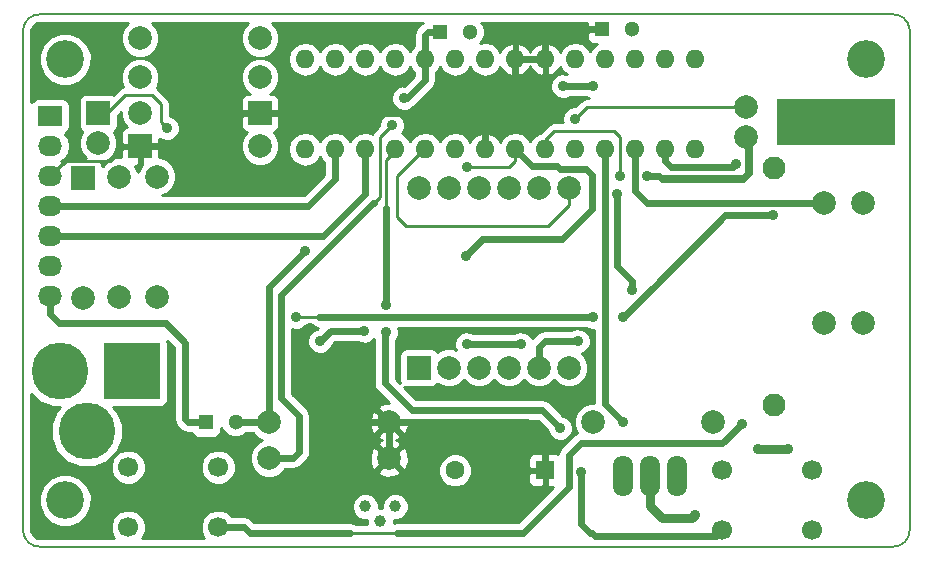
<source format=gbr>
G04 #@! TF.FileFunction,Copper,L1,Top,Signal*
%FSLAX46Y46*%
G04 Gerber Fmt 4.6, Leading zero omitted, Abs format (unit mm)*
G04 Created by KiCad (PCBNEW 4.0.1-stable) date 14-Oct-16 3:18:09 PM*
%MOMM*%
G01*
G04 APERTURE LIST*
%ADD10C,0.100000*%
%ADD11C,0.150000*%
%ADD12R,2.032000X2.032000*%
%ADD13C,2.000000*%
%ADD14R,1.300000X1.300000*%
%ADD15C,1.300000*%
%ADD16R,2.032000X1.727200*%
%ADD17O,2.032000X1.727200*%
%ADD18C,1.998980*%
%ADD19C,1.948180*%
%ADD20C,4.800600*%
%ADD21R,4.800600X4.800600*%
%ADD22R,1.998980X1.998980*%
%ADD23R,2.000000X2.000000*%
%ADD24O,1.600000X1.600000*%
%ADD25C,1.000760*%
%ADD26O,1.699260X3.500120*%
%ADD27R,1.600000X1.600000*%
%ADD28C,1.600000*%
%ADD29C,1.700000*%
%ADD30R,10.000000X4.000000*%
%ADD31C,3.200000*%
%ADD32C,0.889000*%
%ADD33C,0.600000*%
%ADD34C,0.254000*%
%ADD35C,0.800000*%
G04 APERTURE END LIST*
D10*
D11*
X172466000Y-73787000D02*
X172466000Y-31242000D01*
X246126000Y-75057000D02*
X173990000Y-75057000D01*
X247523000Y-31242000D02*
X247523000Y-73660000D01*
X173990000Y-29972000D02*
X245999000Y-29972000D01*
X173990000Y-29972000D02*
G75*
G03X172466000Y-31242000I-127000J-1397000D01*
G01*
X247523000Y-31242000D02*
G75*
G03X245999000Y-29972000I-1397000J-127000D01*
G01*
X246126000Y-75057000D02*
G75*
G03X247523000Y-73660000I0J1397000D01*
G01*
X172466000Y-73787000D02*
G75*
G03X173990000Y-75057000I1397000J127000D01*
G01*
D12*
X205973680Y-59903360D03*
D13*
X208513680Y-59903360D03*
X211053680Y-59903360D03*
X213593680Y-59903360D03*
X216133680Y-59903360D03*
X218673680Y-59903360D03*
X213593680Y-44663360D03*
X216133680Y-44663360D03*
X205973680Y-44663360D03*
X208513680Y-44663360D03*
X218673680Y-44663360D03*
X211053680Y-44663360D03*
D14*
X187960000Y-64516000D03*
D15*
X190460000Y-64516000D03*
D16*
X174752000Y-38608000D03*
D17*
X174752000Y-41148000D03*
X174752000Y-43688000D03*
X174752000Y-46228000D03*
X174752000Y-48768000D03*
X174752000Y-51308000D03*
X174752000Y-53848000D03*
D18*
X192532000Y-32004000D03*
X182372000Y-32004000D03*
X182372000Y-35306000D03*
X192532000Y-35306000D03*
X203454000Y-64516000D03*
X193294000Y-64516000D03*
X220726000Y-64516000D03*
X230886000Y-64516000D03*
X240284000Y-56134000D03*
X240284000Y-45974000D03*
X180594000Y-53873400D03*
X180594000Y-43713400D03*
X183794400Y-53873400D03*
X183794400Y-43713400D03*
D19*
X236029500Y-43030140D03*
X236029500Y-63030100D03*
D20*
X175564800Y-60198000D03*
D21*
X181660800Y-60198000D03*
D20*
X177850800Y-65278000D03*
D18*
X177535840Y-53987700D03*
D22*
X177535840Y-43827700D03*
D23*
X178816000Y-38354000D03*
D13*
X178816000Y-40894000D03*
D14*
X221488000Y-31242000D03*
D15*
X223988000Y-31242000D03*
D18*
X182372000Y-38356540D03*
D22*
X192532000Y-38356540D03*
D18*
X192532000Y-41145460D03*
D22*
X182372000Y-41145460D03*
D24*
X196342000Y-41402000D03*
X198882000Y-41402000D03*
X201422000Y-41402000D03*
X203962000Y-41402000D03*
X206502000Y-41402000D03*
X209042000Y-41402000D03*
X211582000Y-41402000D03*
X214122000Y-41402000D03*
X216662000Y-41402000D03*
X219202000Y-41402000D03*
X221742000Y-41402000D03*
X224282000Y-41402000D03*
X226822000Y-41402000D03*
X229362000Y-41402000D03*
X229362000Y-33782000D03*
X226822000Y-33782000D03*
X224282000Y-33782000D03*
X221742000Y-33782000D03*
X219202000Y-33782000D03*
X216662000Y-33782000D03*
X214122000Y-33782000D03*
X211582000Y-33782000D03*
X209042000Y-33782000D03*
X206502000Y-33782000D03*
X203962000Y-33782000D03*
X201422000Y-33782000D03*
X198882000Y-33782000D03*
X196342000Y-33782000D03*
D25*
X202692000Y-72898000D03*
X201422000Y-71628000D03*
X203962000Y-71628000D03*
D26*
X225552000Y-69088000D03*
X227843080Y-69088000D03*
X223260920Y-69088000D03*
D18*
X203454000Y-67564000D03*
X193294000Y-67564000D03*
X243586000Y-45974000D03*
X243586000Y-56134000D03*
D27*
X216662000Y-68580000D03*
D28*
X209042000Y-68580000D03*
D29*
X231648000Y-73660000D03*
X231648000Y-68580000D03*
X239268000Y-73660000D03*
X239268000Y-68580000D03*
X181356000Y-73406000D03*
X181356000Y-68326000D03*
X188976000Y-73406000D03*
X188976000Y-68326000D03*
D14*
X207772000Y-31496000D03*
D15*
X210272000Y-31496000D03*
D13*
X233680000Y-37846000D03*
X233680000Y-40386000D03*
D30*
X241300000Y-39116000D03*
D31*
X243840000Y-33782000D03*
X176022000Y-71120000D03*
X176022000Y-33782000D03*
X243840000Y-71120000D03*
D32*
X220726000Y-55626000D03*
X223266000Y-55626000D03*
X235966000Y-46990000D03*
X195580000Y-55626000D03*
X209931000Y-50419000D03*
X201295000Y-56769000D03*
X197612000Y-57658000D03*
X210058000Y-42926000D03*
X196342000Y-50038000D03*
X196723000Y-56515000D03*
X190881000Y-44577000D03*
X203200000Y-56896000D03*
X217932000Y-65024000D03*
X219710000Y-68707000D03*
X203200000Y-54610000D03*
X223012000Y-43688000D03*
X225298000Y-43688000D03*
X219202000Y-38862000D03*
X223266000Y-64516000D03*
X233299000Y-64643000D03*
X232791000Y-42672000D03*
X218186000Y-36068000D03*
X220726000Y-36068000D03*
X222758000Y-45212000D03*
X224028000Y-53340000D03*
X219456000Y-57658000D03*
X203708000Y-39370000D03*
X204724000Y-37084000D03*
X214630000Y-57912000D03*
X210058000Y-57912000D03*
X229362000Y-72390000D03*
X184658000Y-39624000D03*
X237236000Y-66802000D03*
X234696000Y-66802000D03*
D33*
X197485000Y-55626000D02*
X220726000Y-55626000D01*
X223266000Y-55626000D02*
X225933000Y-52959000D01*
X225933000Y-52959000D02*
X231902000Y-46990000D01*
X231902000Y-46990000D02*
X235966000Y-46990000D01*
D34*
X231902000Y-46990000D02*
X235966000Y-46990000D01*
X195580000Y-55626000D02*
X197485000Y-55626000D01*
D33*
X215519000Y-42799000D02*
X214122000Y-41402000D01*
X217678000Y-42799000D02*
X215519000Y-42799000D01*
X217932000Y-43053000D02*
X217678000Y-42799000D01*
X220091000Y-43053000D02*
X217932000Y-43053000D01*
X220599000Y-43561000D02*
X220091000Y-43053000D01*
X220599000Y-44069000D02*
X220599000Y-43561000D01*
X220599000Y-46482000D02*
X220599000Y-44069000D01*
X218059000Y-49022000D02*
X220599000Y-46482000D01*
X211328000Y-49022000D02*
X218059000Y-49022000D01*
X209931000Y-50419000D02*
X211328000Y-49022000D01*
X198501000Y-56769000D02*
X201295000Y-56769000D01*
X197612000Y-57658000D02*
X198501000Y-56769000D01*
D34*
X210058000Y-42926000D02*
X213614000Y-42926000D01*
X213614000Y-42926000D02*
X214122000Y-42418000D01*
X214122000Y-42418000D02*
X214122000Y-41402000D01*
D33*
X174752000Y-53848000D02*
X174752000Y-55372000D01*
X186182000Y-57785000D02*
X186182000Y-64262000D01*
X184531000Y-56134000D02*
X186182000Y-57785000D01*
X175514000Y-56134000D02*
X184531000Y-56134000D01*
X174752000Y-55372000D02*
X175514000Y-56134000D01*
X186182000Y-64262000D02*
X186436000Y-64516000D01*
X186436000Y-64516000D02*
X187960000Y-64516000D01*
D34*
X186436000Y-64516000D02*
X187960000Y-64516000D01*
X186182000Y-64262000D02*
X186436000Y-64516000D01*
D33*
X193294000Y-64516000D02*
X193294000Y-53086000D01*
X193294000Y-53086000D02*
X196342000Y-50038000D01*
X190460000Y-64516000D02*
X193294000Y-64516000D01*
D34*
X193294000Y-53086000D02*
X196342000Y-50038000D01*
D33*
X182372000Y-41145460D02*
X187449460Y-41145460D01*
X198755000Y-64516000D02*
X203454000Y-64516000D01*
X195580000Y-61341000D02*
X198755000Y-64516000D01*
X195580000Y-57658000D02*
X195580000Y-61341000D01*
X196723000Y-56515000D02*
X195580000Y-57658000D01*
X187449460Y-41145460D02*
X190881000Y-44577000D01*
X211582000Y-38354000D02*
X204216000Y-38354000D01*
X202943460Y-38356540D02*
X192532000Y-38356540D01*
X202946000Y-38354000D02*
X202943460Y-38356540D01*
X204216000Y-38354000D02*
X202946000Y-38354000D01*
X214122000Y-33782000D02*
X214122000Y-35306000D01*
X214122000Y-35306000D02*
X211582000Y-37846000D01*
X211582000Y-37846000D02*
X211582000Y-41402000D01*
X216662000Y-33782000D02*
X216662000Y-32512000D01*
X216662000Y-32512000D02*
X217932000Y-31242000D01*
X217932000Y-31242000D02*
X221488000Y-31242000D01*
X214122000Y-33782000D02*
X216662000Y-33782000D01*
X182372000Y-41145460D02*
X186946540Y-41145460D01*
X186946540Y-41145460D02*
X189735460Y-38356540D01*
X189735460Y-38356540D02*
X192532000Y-38356540D01*
X203454000Y-64516000D02*
X214630000Y-64516000D01*
X214630000Y-64516000D02*
X215138000Y-64516000D01*
X215138000Y-64516000D02*
X216662000Y-66040000D01*
X216662000Y-66040000D02*
X216662000Y-68580000D01*
X203454000Y-64516000D02*
X203454000Y-67564000D01*
D34*
X211328000Y-38354000D02*
X211582000Y-38608000D01*
X211328000Y-38356540D02*
X211328000Y-38354000D01*
X211328000Y-38354000D02*
X211582000Y-38100000D01*
X192532000Y-38356540D02*
X211328000Y-38356540D01*
X211328000Y-38356540D02*
X211582000Y-38356540D01*
X211582000Y-38356540D02*
X211582000Y-38354000D01*
X189735460Y-38356540D02*
X192532000Y-38356540D01*
X186946540Y-41145460D02*
X189735460Y-38356540D01*
X182372000Y-41145460D02*
X181104540Y-41145460D01*
X176022000Y-42418000D02*
X174752000Y-43688000D01*
X179832000Y-42418000D02*
X176022000Y-42418000D01*
X181104540Y-41145460D02*
X179832000Y-42418000D01*
X216662000Y-66040000D02*
X216662000Y-68580000D01*
X215138000Y-64516000D02*
X216662000Y-66040000D01*
X221488000Y-31242000D02*
X217932000Y-31242000D01*
X217932000Y-31242000D02*
X216662000Y-32512000D01*
X211582000Y-41402000D02*
X211582000Y-38608000D01*
X211582000Y-38608000D02*
X211582000Y-38354000D01*
X211582000Y-38354000D02*
X211582000Y-38100000D01*
X211582000Y-38100000D02*
X211582000Y-37846000D01*
X211582000Y-37846000D02*
X214122000Y-35306000D01*
D33*
X198882000Y-41402000D02*
X198882000Y-43942000D01*
X198882000Y-43942000D02*
X196596000Y-46228000D01*
X196596000Y-46228000D02*
X174752000Y-46228000D01*
D34*
X174752000Y-46228000D02*
X196596000Y-46228000D01*
X196596000Y-46228000D02*
X198882000Y-43942000D01*
D33*
X174752000Y-48768000D02*
X197866000Y-48768000D01*
X197866000Y-48768000D02*
X201422000Y-45212000D01*
X201422000Y-45212000D02*
X201422000Y-41402000D01*
D34*
X201422000Y-45212000D02*
X201422000Y-41402000D01*
X197866000Y-48768000D02*
X201422000Y-45212000D01*
X218673680Y-46121320D02*
X218673680Y-44663360D01*
X206502000Y-41402000D02*
X206375000Y-41402000D01*
X206375000Y-41402000D02*
X204089000Y-43688000D01*
X216916000Y-47879000D02*
X218673680Y-46121320D01*
X204851000Y-47879000D02*
X216916000Y-47879000D01*
X204089000Y-47117000D02*
X204851000Y-47879000D01*
X204089000Y-43688000D02*
X204089000Y-47117000D01*
D33*
X219710000Y-68707000D02*
X219710000Y-73152000D01*
X219710000Y-73152000D02*
X220472000Y-73914000D01*
X220853000Y-74168000D02*
X231140000Y-74168000D01*
X220599000Y-73914000D02*
X220853000Y-74168000D01*
X220472000Y-73914000D02*
X220599000Y-73914000D01*
X231140000Y-74168000D02*
X231648000Y-73660000D01*
X203073000Y-61087000D02*
X203073000Y-61214000D01*
X203073000Y-61214000D02*
X205359000Y-63500000D01*
X205359000Y-63500000D02*
X216408000Y-63500000D01*
X216408000Y-63500000D02*
X217932000Y-65024000D01*
X203073000Y-61087000D02*
X203073000Y-57023000D01*
X203073000Y-57023000D02*
X203200000Y-56896000D01*
X203200000Y-54610000D02*
X203200000Y-46355000D01*
D34*
X203962000Y-41402000D02*
X203962000Y-41529002D01*
X203962000Y-41529002D02*
X203200002Y-42291000D01*
X203200002Y-42291000D02*
X203200002Y-45719998D01*
X203200002Y-45719998D02*
X203200000Y-45720000D01*
X203200000Y-45720000D02*
X203200000Y-46355000D01*
X220726000Y-74168000D02*
X231140000Y-74168000D01*
X203200000Y-56896000D02*
X203073000Y-57023000D01*
X203073000Y-61214000D02*
X205359000Y-63500000D01*
X205359000Y-63500000D02*
X216408000Y-63500000D01*
X216408000Y-63500000D02*
X217932000Y-65024000D01*
X219710000Y-73152000D02*
X220726000Y-74168000D01*
X231140000Y-74168000D02*
X231648000Y-73660000D01*
D33*
X225298000Y-43688000D02*
X226314000Y-43688000D01*
X226314000Y-43688000D02*
X226568000Y-43942000D01*
X226568000Y-43942000D02*
X233426000Y-43942000D01*
X233426000Y-43942000D02*
X233934000Y-43434000D01*
X233934000Y-43434000D02*
X233934000Y-40640000D01*
X233934000Y-40640000D02*
X233680000Y-40386000D01*
D34*
X233680000Y-40386000D02*
X233680000Y-43434000D01*
X217424000Y-39878000D02*
X216662000Y-40640000D01*
X222504000Y-39878000D02*
X217424000Y-39878000D01*
X223012000Y-40386000D02*
X222504000Y-39878000D01*
X223012000Y-43688000D02*
X223012000Y-40386000D01*
X233426000Y-43688000D02*
X225298000Y-43688000D01*
X233680000Y-43434000D02*
X233426000Y-43688000D01*
X216662000Y-40640000D02*
X216662000Y-41402000D01*
X220218000Y-37846000D02*
X233680000Y-37846000D01*
X219202000Y-38862000D02*
X220218000Y-37846000D01*
D33*
X221742000Y-41402000D02*
X221742000Y-62992000D01*
X221742000Y-62992000D02*
X223266000Y-64516000D01*
D34*
X223266000Y-64516000D02*
X221742000Y-62992000D01*
D33*
X224282000Y-41402000D02*
X224282000Y-44958000D01*
X224282000Y-44958000D02*
X225298000Y-45974000D01*
X225298000Y-45974000D02*
X240284000Y-45974000D01*
D34*
X240284000Y-45974000D02*
X225298000Y-45974000D01*
X225298000Y-45974000D02*
X224282000Y-44958000D01*
D33*
X226822000Y-41402000D02*
X226822000Y-42418000D01*
X226822000Y-42418000D02*
X227330000Y-42926000D01*
X227330000Y-42926000D02*
X232537000Y-42926000D01*
X232537000Y-42926000D02*
X232791000Y-42672000D01*
X204089000Y-73914000D02*
X214757000Y-73914000D01*
X214757000Y-73914000D02*
X218694000Y-69977000D01*
X218694000Y-69977000D02*
X218694000Y-67310000D01*
X218694000Y-67310000D02*
X219710000Y-66294000D01*
X219710000Y-66294000D02*
X223266000Y-66294000D01*
X223266000Y-66294000D02*
X231648000Y-66294000D01*
X231648000Y-66294000D02*
X233299000Y-64643000D01*
X188976000Y-73406000D02*
X191135000Y-73406000D01*
X191135000Y-73406000D02*
X191643000Y-73914000D01*
X191643000Y-73914000D02*
X200152000Y-73914000D01*
D34*
X191643000Y-73914000D02*
X191135000Y-73406000D01*
X204089000Y-73914000D02*
X200152000Y-73914000D01*
X200152000Y-73914000D02*
X191643000Y-73914000D01*
X218694000Y-69977000D02*
X214757000Y-73914000D01*
X218694000Y-67310000D02*
X218694000Y-69977000D01*
X219710000Y-66294000D02*
X218694000Y-67310000D01*
X223266000Y-66294000D02*
X219710000Y-66294000D01*
X231648000Y-66294000D02*
X223266000Y-66294000D01*
X233299000Y-64643000D02*
X231648000Y-66294000D01*
X227330000Y-42926000D02*
X232918000Y-42926000D01*
X226822000Y-42418000D02*
X227330000Y-42926000D01*
D33*
X218186000Y-36068000D02*
X220726000Y-36068000D01*
X222758000Y-45212000D02*
X222758000Y-51308000D01*
X222758000Y-51308000D02*
X224028000Y-52578000D01*
X224028000Y-52578000D02*
X224028000Y-53340000D01*
X216133680Y-59903360D02*
X216133680Y-58186320D01*
X216133680Y-58186320D02*
X216662000Y-57658000D01*
X216662000Y-57658000D02*
X219456000Y-57658000D01*
D34*
X222758000Y-51308000D02*
X224028000Y-52578000D01*
X224028000Y-52578000D02*
X224028000Y-53340000D01*
X219456000Y-57658000D02*
X216662000Y-57658000D01*
X216662000Y-57658000D02*
X216133680Y-58186320D01*
D33*
X194310000Y-53848000D02*
X194310000Y-53721000D01*
X202057000Y-45974000D02*
X202184000Y-45974000D01*
X194310000Y-53721000D02*
X202057000Y-45974000D01*
X193294000Y-67564000D02*
X195326000Y-67564000D01*
X195326000Y-67564000D02*
X195834000Y-67056000D01*
X195834000Y-67056000D02*
X195834000Y-64008000D01*
X195834000Y-64008000D02*
X194310000Y-62484000D01*
X194310000Y-62484000D02*
X194310000Y-53848000D01*
X206502000Y-33782000D02*
X206502000Y-35560000D01*
X206502000Y-35560000D02*
X204978000Y-37084000D01*
X204978000Y-37084000D02*
X204724000Y-37084000D01*
X206502000Y-33782000D02*
X206502000Y-31750000D01*
X206502000Y-31750000D02*
X206756000Y-31496000D01*
X206756000Y-31496000D02*
X207772000Y-31496000D01*
D34*
X203708000Y-39370000D02*
X202946000Y-40132000D01*
X202946000Y-40132000D02*
X202692000Y-40386000D01*
X202692000Y-40386000D02*
X202692000Y-44704000D01*
X202692000Y-44704000D02*
X202692000Y-45466000D01*
X202692000Y-45466000D02*
X202184000Y-45974000D01*
X195834000Y-67056000D02*
X195326000Y-67564000D01*
X195834000Y-64008000D02*
X195834000Y-67056000D01*
X194310000Y-62484000D02*
X195834000Y-64008000D01*
X194310000Y-53848000D02*
X194310000Y-62484000D01*
X204978000Y-36830000D02*
X204724000Y-37084000D01*
X205232000Y-36830000D02*
X204978000Y-36830000D01*
X206502000Y-35560000D02*
X205232000Y-36830000D01*
X207772000Y-31496000D02*
X206756000Y-31496000D01*
X206756000Y-31496000D02*
X206502000Y-31750000D01*
D33*
X210058000Y-57912000D02*
X214630000Y-57912000D01*
D35*
X225552000Y-69088000D02*
X225552000Y-71628000D01*
X226568000Y-72644000D02*
X229108000Y-72644000D01*
X225552000Y-71628000D02*
X226568000Y-72644000D01*
X229108000Y-72644000D02*
X229362000Y-72390000D01*
D34*
X229362000Y-72390000D02*
X229108000Y-72644000D01*
X178816000Y-38354000D02*
X179578000Y-38354000D01*
X179578000Y-38354000D02*
X181102000Y-36830000D01*
X181102000Y-36830000D02*
X183388000Y-36830000D01*
X183388000Y-36830000D02*
X184150000Y-37592000D01*
X184150000Y-37592000D02*
X184150000Y-39116000D01*
X184150000Y-39116000D02*
X184658000Y-39624000D01*
D35*
X234696000Y-66802000D02*
X237236000Y-66802000D01*
D34*
G36*
X197127191Y-56489827D02*
X197403017Y-56544693D01*
X197349105Y-56598605D01*
X197001311Y-56742311D01*
X196697378Y-57045714D01*
X196532687Y-57442332D01*
X196532313Y-57871784D01*
X196696311Y-58268689D01*
X196999714Y-58572622D01*
X197396332Y-58737313D01*
X197825784Y-58737687D01*
X198222689Y-58573689D01*
X198526622Y-58270286D01*
X198671921Y-57920369D01*
X198888290Y-57704000D01*
X200731789Y-57704000D01*
X201079332Y-57848313D01*
X201508784Y-57848687D01*
X201905689Y-57684689D01*
X202138000Y-57452783D01*
X202138000Y-61214000D01*
X202209173Y-61571809D01*
X202411855Y-61875145D01*
X203418417Y-62881707D01*
X203068623Y-62894659D01*
X202580042Y-63097035D01*
X202481443Y-63363837D01*
X203454000Y-64336395D01*
X203468142Y-64322252D01*
X203647748Y-64501858D01*
X203633605Y-64516000D01*
X204606163Y-65488557D01*
X204872965Y-65389958D01*
X205099401Y-64780418D01*
X205084590Y-64380416D01*
X205359000Y-64435000D01*
X216020710Y-64435000D01*
X216872605Y-65286895D01*
X217016311Y-65634689D01*
X217319714Y-65938622D01*
X217716332Y-66103313D01*
X218145784Y-66103687D01*
X218542689Y-65939689D01*
X218846622Y-65636286D01*
X219011313Y-65239668D01*
X219011687Y-64810216D01*
X218847689Y-64413311D01*
X218544286Y-64109378D01*
X218194369Y-63964079D01*
X217069145Y-62838855D01*
X216765809Y-62636173D01*
X216408000Y-62565000D01*
X205746290Y-62565000D01*
X204678293Y-61497003D01*
X204705790Y-61515791D01*
X204957680Y-61566800D01*
X206989680Y-61566800D01*
X207224997Y-61522522D01*
X207441121Y-61383450D01*
X207538579Y-61240816D01*
X207586317Y-61288638D01*
X208187032Y-61538076D01*
X208837475Y-61538644D01*
X209438623Y-61290254D01*
X209783879Y-60945601D01*
X210126317Y-61288638D01*
X210727032Y-61538076D01*
X211377475Y-61538644D01*
X211978623Y-61290254D01*
X212323879Y-60945601D01*
X212666317Y-61288638D01*
X213267032Y-61538076D01*
X213917475Y-61538644D01*
X214518623Y-61290254D01*
X214863879Y-60945601D01*
X215206317Y-61288638D01*
X215807032Y-61538076D01*
X216457475Y-61538644D01*
X217058623Y-61290254D01*
X217403879Y-60945601D01*
X217746317Y-61288638D01*
X218347032Y-61538076D01*
X218997475Y-61538644D01*
X219598623Y-61290254D01*
X220058958Y-60830723D01*
X220308396Y-60230008D01*
X220308964Y-59579565D01*
X220060574Y-58978417D01*
X219776321Y-58693667D01*
X220066689Y-58573689D01*
X220370622Y-58270286D01*
X220535313Y-57873668D01*
X220535687Y-57444216D01*
X220371689Y-57047311D01*
X220068286Y-56743378D01*
X219671668Y-56578687D01*
X219242216Y-56578313D01*
X218892047Y-56723000D01*
X216662000Y-56723000D01*
X216304191Y-56794173D01*
X216000855Y-56996855D01*
X215589754Y-57407956D01*
X215545689Y-57301311D01*
X215242286Y-56997378D01*
X214845668Y-56832687D01*
X214416216Y-56832313D01*
X214066047Y-56977000D01*
X210621211Y-56977000D01*
X210273668Y-56832687D01*
X209844216Y-56832313D01*
X209447311Y-56996311D01*
X209143378Y-57299714D01*
X208978687Y-57696332D01*
X208978313Y-58125784D01*
X209078144Y-58367394D01*
X208840328Y-58268644D01*
X208189885Y-58268076D01*
X207588737Y-58516466D01*
X207538117Y-58566998D01*
X207453770Y-58435919D01*
X207241570Y-58290929D01*
X206989680Y-58239920D01*
X204957680Y-58239920D01*
X204722363Y-58284198D01*
X204506239Y-58423270D01*
X204361249Y-58635470D01*
X204310240Y-58887360D01*
X204310240Y-60919360D01*
X204354518Y-61154677D01*
X204388001Y-61206711D01*
X204008000Y-60826710D01*
X204008000Y-57614722D01*
X204114622Y-57508286D01*
X204279313Y-57111668D01*
X204279687Y-56682216D01*
X204229602Y-56561000D01*
X220162789Y-56561000D01*
X220510332Y-56705313D01*
X220807000Y-56705571D01*
X220807000Y-62881580D01*
X220402306Y-62881226D01*
X219801345Y-63129538D01*
X219341154Y-63588927D01*
X219091794Y-64189453D01*
X219091226Y-64839694D01*
X219338881Y-65439066D01*
X219048855Y-65632855D01*
X218032855Y-66648855D01*
X217830173Y-66952191D01*
X217776329Y-67222881D01*
X217588309Y-67145000D01*
X216947750Y-67145000D01*
X216789000Y-67303750D01*
X216789000Y-68453000D01*
X216809000Y-68453000D01*
X216809000Y-68707000D01*
X216789000Y-68707000D01*
X216789000Y-69856250D01*
X216947750Y-70015000D01*
X217333710Y-70015000D01*
X214369710Y-72979000D01*
X204089000Y-72979000D01*
X203827264Y-73031063D01*
X203827497Y-72763263D01*
X204186850Y-72763576D01*
X204604301Y-72591089D01*
X204923967Y-72271981D01*
X205097182Y-71854832D01*
X205097576Y-71403150D01*
X204925089Y-70985699D01*
X204605981Y-70666033D01*
X204188832Y-70492818D01*
X203737150Y-70492424D01*
X203319699Y-70664911D01*
X203000033Y-70984019D01*
X202826818Y-71401168D01*
X202826503Y-71762737D01*
X202557263Y-71762503D01*
X202557576Y-71403150D01*
X202385089Y-70985699D01*
X202065981Y-70666033D01*
X201648832Y-70492818D01*
X201197150Y-70492424D01*
X200779699Y-70664911D01*
X200460033Y-70984019D01*
X200286818Y-71401168D01*
X200286424Y-71852850D01*
X200458911Y-72270301D01*
X200778019Y-72589967D01*
X201195168Y-72763182D01*
X201556737Y-72763497D01*
X201556424Y-73122850D01*
X201568469Y-73152000D01*
X200662204Y-73152000D01*
X200509809Y-73050173D01*
X200152000Y-72979000D01*
X192030290Y-72979000D01*
X191796145Y-72744855D01*
X191492809Y-72542173D01*
X191135000Y-72471000D01*
X190140907Y-72471000D01*
X189818283Y-72147812D01*
X189272681Y-71921258D01*
X188681911Y-71920743D01*
X188135914Y-72146344D01*
X187717812Y-72563717D01*
X187491258Y-73109319D01*
X187490743Y-73700089D01*
X187716344Y-74246086D01*
X187817082Y-74347000D01*
X182515299Y-74347000D01*
X182614188Y-74248283D01*
X182840742Y-73702681D01*
X182841257Y-73111911D01*
X182615656Y-72565914D01*
X182198283Y-72147812D01*
X181652681Y-71921258D01*
X181061911Y-71920743D01*
X180515914Y-72146344D01*
X180097812Y-72563717D01*
X179871258Y-73109319D01*
X179870743Y-73700089D01*
X180096344Y-74246086D01*
X180197082Y-74347000D01*
X174027551Y-74347000D01*
X173661064Y-74308122D01*
X173428410Y-74181509D01*
X173261919Y-73975500D01*
X173176000Y-73684407D01*
X173176000Y-71562619D01*
X173786613Y-71562619D01*
X174126155Y-72384372D01*
X174754321Y-73013636D01*
X175575481Y-73354611D01*
X176464619Y-73355387D01*
X177286372Y-73015845D01*
X177915636Y-72387679D01*
X178256611Y-71566519D01*
X178257387Y-70677381D01*
X177917845Y-69855628D01*
X177289679Y-69226364D01*
X176468519Y-68885389D01*
X175579381Y-68884613D01*
X174757628Y-69224155D01*
X174128364Y-69852321D01*
X173787389Y-70673481D01*
X173786613Y-71562619D01*
X173176000Y-71562619D01*
X173176000Y-68620089D01*
X179870743Y-68620089D01*
X180096344Y-69166086D01*
X180513717Y-69584188D01*
X181059319Y-69810742D01*
X181650089Y-69811257D01*
X182196086Y-69585656D01*
X182614188Y-69168283D01*
X182840742Y-68622681D01*
X182840744Y-68620089D01*
X187490743Y-68620089D01*
X187716344Y-69166086D01*
X188133717Y-69584188D01*
X188679319Y-69810742D01*
X189270089Y-69811257D01*
X189816086Y-69585656D01*
X190234188Y-69168283D01*
X190460742Y-68622681D01*
X190461257Y-68031911D01*
X190235656Y-67485914D01*
X189818283Y-67067812D01*
X189272681Y-66841258D01*
X188681911Y-66840743D01*
X188135914Y-67066344D01*
X187717812Y-67483717D01*
X187491258Y-68029319D01*
X187490743Y-68620089D01*
X182840744Y-68620089D01*
X182841257Y-68031911D01*
X182615656Y-67485914D01*
X182198283Y-67067812D01*
X181652681Y-66841258D01*
X181061911Y-66840743D01*
X180515914Y-67066344D01*
X180097812Y-67483717D01*
X179871258Y-68029319D01*
X179870743Y-68620089D01*
X173176000Y-68620089D01*
X173176000Y-62101340D01*
X173843196Y-62769702D01*
X174958393Y-63232772D01*
X175602724Y-63233334D01*
X175279098Y-63556396D01*
X174816028Y-64671593D01*
X174814974Y-65879110D01*
X175276098Y-66995113D01*
X176129196Y-67849702D01*
X177244393Y-68312772D01*
X178451910Y-68313826D01*
X179567913Y-67852702D01*
X180422502Y-66999604D01*
X180885572Y-65884407D01*
X180886626Y-64676890D01*
X180425502Y-63560887D01*
X180110905Y-63245740D01*
X184061100Y-63245740D01*
X184296417Y-63201462D01*
X184512541Y-63062390D01*
X184657531Y-62850190D01*
X184708540Y-62598300D01*
X184708540Y-57797700D01*
X184670559Y-57595849D01*
X185247000Y-58172290D01*
X185247000Y-64262000D01*
X185318173Y-64619809D01*
X185520855Y-64923145D01*
X185774855Y-65177145D01*
X186078191Y-65379827D01*
X186436000Y-65451000D01*
X186738808Y-65451000D01*
X186845910Y-65617441D01*
X187058110Y-65762431D01*
X187310000Y-65813440D01*
X188610000Y-65813440D01*
X188845317Y-65769162D01*
X189061441Y-65630090D01*
X189206431Y-65417890D01*
X189257440Y-65166000D01*
X189257440Y-64970540D01*
X189369995Y-65242943D01*
X189731155Y-65604735D01*
X190203276Y-65800777D01*
X190714481Y-65801223D01*
X191186943Y-65606005D01*
X191342219Y-65451000D01*
X191917865Y-65451000D01*
X192366927Y-65900846D01*
X192702130Y-66040034D01*
X192369345Y-66177538D01*
X191909154Y-66636927D01*
X191659794Y-67237453D01*
X191659226Y-67887694D01*
X191907538Y-68488655D01*
X192366927Y-68948846D01*
X192967453Y-69198206D01*
X193617694Y-69198774D01*
X194218655Y-68950462D01*
X194453362Y-68716163D01*
X202481443Y-68716163D01*
X202580042Y-68982965D01*
X203189582Y-69209401D01*
X203839377Y-69185341D01*
X204327958Y-68982965D01*
X204371853Y-68864187D01*
X207606752Y-68864187D01*
X207824757Y-69391800D01*
X208228077Y-69795824D01*
X208755309Y-70014750D01*
X209326187Y-70015248D01*
X209853800Y-69797243D01*
X210257824Y-69393923D01*
X210476750Y-68866691D01*
X210476750Y-68865750D01*
X215227000Y-68865750D01*
X215227000Y-69506310D01*
X215323673Y-69739699D01*
X215502302Y-69918327D01*
X215735691Y-70015000D01*
X216376250Y-70015000D01*
X216535000Y-69856250D01*
X216535000Y-68707000D01*
X215385750Y-68707000D01*
X215227000Y-68865750D01*
X210476750Y-68865750D01*
X210477248Y-68295813D01*
X210259243Y-67768200D01*
X210144933Y-67653690D01*
X215227000Y-67653690D01*
X215227000Y-68294250D01*
X215385750Y-68453000D01*
X216535000Y-68453000D01*
X216535000Y-67303750D01*
X216376250Y-67145000D01*
X215735691Y-67145000D01*
X215502302Y-67241673D01*
X215323673Y-67420301D01*
X215227000Y-67653690D01*
X210144933Y-67653690D01*
X209855923Y-67364176D01*
X209328691Y-67145250D01*
X208757813Y-67144752D01*
X208230200Y-67362757D01*
X207826176Y-67766077D01*
X207607250Y-68293309D01*
X207606752Y-68864187D01*
X204371853Y-68864187D01*
X204426557Y-68716163D01*
X203454000Y-67743605D01*
X202481443Y-68716163D01*
X194453362Y-68716163D01*
X194670905Y-68499000D01*
X195326000Y-68499000D01*
X195683809Y-68427827D01*
X195987145Y-68225145D01*
X196495142Y-67717147D01*
X196495145Y-67717145D01*
X196697827Y-67413809D01*
X196720548Y-67299582D01*
X201808599Y-67299582D01*
X201832659Y-67949377D01*
X202035035Y-68437958D01*
X202301837Y-68536557D01*
X203274395Y-67564000D01*
X203633605Y-67564000D01*
X204606163Y-68536557D01*
X204872965Y-68437958D01*
X205099401Y-67828418D01*
X205075341Y-67178623D01*
X204872965Y-66690042D01*
X204606163Y-66591443D01*
X203633605Y-67564000D01*
X203274395Y-67564000D01*
X202301837Y-66591443D01*
X202035035Y-66690042D01*
X201808599Y-67299582D01*
X196720548Y-67299582D01*
X196769000Y-67056000D01*
X196769000Y-65668163D01*
X202481443Y-65668163D01*
X202580042Y-65934965D01*
X202847409Y-66034288D01*
X202580042Y-66145035D01*
X202481443Y-66411837D01*
X203454000Y-67384395D01*
X204426557Y-66411837D01*
X204327958Y-66145035D01*
X204060591Y-66045712D01*
X204327958Y-65934965D01*
X204426557Y-65668163D01*
X203454000Y-64695605D01*
X202481443Y-65668163D01*
X196769000Y-65668163D01*
X196769000Y-64251582D01*
X201808599Y-64251582D01*
X201832659Y-64901377D01*
X202035035Y-65389958D01*
X202301837Y-65488557D01*
X203274395Y-64516000D01*
X202301837Y-63543443D01*
X202035035Y-63642042D01*
X201808599Y-64251582D01*
X196769000Y-64251582D01*
X196769000Y-64008000D01*
X196697827Y-63650191D01*
X196495145Y-63346855D01*
X195245000Y-62096710D01*
X195245000Y-56655762D01*
X195364332Y-56705313D01*
X195793784Y-56705687D01*
X196190689Y-56541689D01*
X196344646Y-56388000D01*
X196974796Y-56388000D01*
X197127191Y-56489827D01*
X197127191Y-56489827D01*
G37*
X197127191Y-56489827D02*
X197403017Y-56544693D01*
X197349105Y-56598605D01*
X197001311Y-56742311D01*
X196697378Y-57045714D01*
X196532687Y-57442332D01*
X196532313Y-57871784D01*
X196696311Y-58268689D01*
X196999714Y-58572622D01*
X197396332Y-58737313D01*
X197825784Y-58737687D01*
X198222689Y-58573689D01*
X198526622Y-58270286D01*
X198671921Y-57920369D01*
X198888290Y-57704000D01*
X200731789Y-57704000D01*
X201079332Y-57848313D01*
X201508784Y-57848687D01*
X201905689Y-57684689D01*
X202138000Y-57452783D01*
X202138000Y-61214000D01*
X202209173Y-61571809D01*
X202411855Y-61875145D01*
X203418417Y-62881707D01*
X203068623Y-62894659D01*
X202580042Y-63097035D01*
X202481443Y-63363837D01*
X203454000Y-64336395D01*
X203468142Y-64322252D01*
X203647748Y-64501858D01*
X203633605Y-64516000D01*
X204606163Y-65488557D01*
X204872965Y-65389958D01*
X205099401Y-64780418D01*
X205084590Y-64380416D01*
X205359000Y-64435000D01*
X216020710Y-64435000D01*
X216872605Y-65286895D01*
X217016311Y-65634689D01*
X217319714Y-65938622D01*
X217716332Y-66103313D01*
X218145784Y-66103687D01*
X218542689Y-65939689D01*
X218846622Y-65636286D01*
X219011313Y-65239668D01*
X219011687Y-64810216D01*
X218847689Y-64413311D01*
X218544286Y-64109378D01*
X218194369Y-63964079D01*
X217069145Y-62838855D01*
X216765809Y-62636173D01*
X216408000Y-62565000D01*
X205746290Y-62565000D01*
X204678293Y-61497003D01*
X204705790Y-61515791D01*
X204957680Y-61566800D01*
X206989680Y-61566800D01*
X207224997Y-61522522D01*
X207441121Y-61383450D01*
X207538579Y-61240816D01*
X207586317Y-61288638D01*
X208187032Y-61538076D01*
X208837475Y-61538644D01*
X209438623Y-61290254D01*
X209783879Y-60945601D01*
X210126317Y-61288638D01*
X210727032Y-61538076D01*
X211377475Y-61538644D01*
X211978623Y-61290254D01*
X212323879Y-60945601D01*
X212666317Y-61288638D01*
X213267032Y-61538076D01*
X213917475Y-61538644D01*
X214518623Y-61290254D01*
X214863879Y-60945601D01*
X215206317Y-61288638D01*
X215807032Y-61538076D01*
X216457475Y-61538644D01*
X217058623Y-61290254D01*
X217403879Y-60945601D01*
X217746317Y-61288638D01*
X218347032Y-61538076D01*
X218997475Y-61538644D01*
X219598623Y-61290254D01*
X220058958Y-60830723D01*
X220308396Y-60230008D01*
X220308964Y-59579565D01*
X220060574Y-58978417D01*
X219776321Y-58693667D01*
X220066689Y-58573689D01*
X220370622Y-58270286D01*
X220535313Y-57873668D01*
X220535687Y-57444216D01*
X220371689Y-57047311D01*
X220068286Y-56743378D01*
X219671668Y-56578687D01*
X219242216Y-56578313D01*
X218892047Y-56723000D01*
X216662000Y-56723000D01*
X216304191Y-56794173D01*
X216000855Y-56996855D01*
X215589754Y-57407956D01*
X215545689Y-57301311D01*
X215242286Y-56997378D01*
X214845668Y-56832687D01*
X214416216Y-56832313D01*
X214066047Y-56977000D01*
X210621211Y-56977000D01*
X210273668Y-56832687D01*
X209844216Y-56832313D01*
X209447311Y-56996311D01*
X209143378Y-57299714D01*
X208978687Y-57696332D01*
X208978313Y-58125784D01*
X209078144Y-58367394D01*
X208840328Y-58268644D01*
X208189885Y-58268076D01*
X207588737Y-58516466D01*
X207538117Y-58566998D01*
X207453770Y-58435919D01*
X207241570Y-58290929D01*
X206989680Y-58239920D01*
X204957680Y-58239920D01*
X204722363Y-58284198D01*
X204506239Y-58423270D01*
X204361249Y-58635470D01*
X204310240Y-58887360D01*
X204310240Y-60919360D01*
X204354518Y-61154677D01*
X204388001Y-61206711D01*
X204008000Y-60826710D01*
X204008000Y-57614722D01*
X204114622Y-57508286D01*
X204279313Y-57111668D01*
X204279687Y-56682216D01*
X204229602Y-56561000D01*
X220162789Y-56561000D01*
X220510332Y-56705313D01*
X220807000Y-56705571D01*
X220807000Y-62881580D01*
X220402306Y-62881226D01*
X219801345Y-63129538D01*
X219341154Y-63588927D01*
X219091794Y-64189453D01*
X219091226Y-64839694D01*
X219338881Y-65439066D01*
X219048855Y-65632855D01*
X218032855Y-66648855D01*
X217830173Y-66952191D01*
X217776329Y-67222881D01*
X217588309Y-67145000D01*
X216947750Y-67145000D01*
X216789000Y-67303750D01*
X216789000Y-68453000D01*
X216809000Y-68453000D01*
X216809000Y-68707000D01*
X216789000Y-68707000D01*
X216789000Y-69856250D01*
X216947750Y-70015000D01*
X217333710Y-70015000D01*
X214369710Y-72979000D01*
X204089000Y-72979000D01*
X203827264Y-73031063D01*
X203827497Y-72763263D01*
X204186850Y-72763576D01*
X204604301Y-72591089D01*
X204923967Y-72271981D01*
X205097182Y-71854832D01*
X205097576Y-71403150D01*
X204925089Y-70985699D01*
X204605981Y-70666033D01*
X204188832Y-70492818D01*
X203737150Y-70492424D01*
X203319699Y-70664911D01*
X203000033Y-70984019D01*
X202826818Y-71401168D01*
X202826503Y-71762737D01*
X202557263Y-71762503D01*
X202557576Y-71403150D01*
X202385089Y-70985699D01*
X202065981Y-70666033D01*
X201648832Y-70492818D01*
X201197150Y-70492424D01*
X200779699Y-70664911D01*
X200460033Y-70984019D01*
X200286818Y-71401168D01*
X200286424Y-71852850D01*
X200458911Y-72270301D01*
X200778019Y-72589967D01*
X201195168Y-72763182D01*
X201556737Y-72763497D01*
X201556424Y-73122850D01*
X201568469Y-73152000D01*
X200662204Y-73152000D01*
X200509809Y-73050173D01*
X200152000Y-72979000D01*
X192030290Y-72979000D01*
X191796145Y-72744855D01*
X191492809Y-72542173D01*
X191135000Y-72471000D01*
X190140907Y-72471000D01*
X189818283Y-72147812D01*
X189272681Y-71921258D01*
X188681911Y-71920743D01*
X188135914Y-72146344D01*
X187717812Y-72563717D01*
X187491258Y-73109319D01*
X187490743Y-73700089D01*
X187716344Y-74246086D01*
X187817082Y-74347000D01*
X182515299Y-74347000D01*
X182614188Y-74248283D01*
X182840742Y-73702681D01*
X182841257Y-73111911D01*
X182615656Y-72565914D01*
X182198283Y-72147812D01*
X181652681Y-71921258D01*
X181061911Y-71920743D01*
X180515914Y-72146344D01*
X180097812Y-72563717D01*
X179871258Y-73109319D01*
X179870743Y-73700089D01*
X180096344Y-74246086D01*
X180197082Y-74347000D01*
X174027551Y-74347000D01*
X173661064Y-74308122D01*
X173428410Y-74181509D01*
X173261919Y-73975500D01*
X173176000Y-73684407D01*
X173176000Y-71562619D01*
X173786613Y-71562619D01*
X174126155Y-72384372D01*
X174754321Y-73013636D01*
X175575481Y-73354611D01*
X176464619Y-73355387D01*
X177286372Y-73015845D01*
X177915636Y-72387679D01*
X178256611Y-71566519D01*
X178257387Y-70677381D01*
X177917845Y-69855628D01*
X177289679Y-69226364D01*
X176468519Y-68885389D01*
X175579381Y-68884613D01*
X174757628Y-69224155D01*
X174128364Y-69852321D01*
X173787389Y-70673481D01*
X173786613Y-71562619D01*
X173176000Y-71562619D01*
X173176000Y-68620089D01*
X179870743Y-68620089D01*
X180096344Y-69166086D01*
X180513717Y-69584188D01*
X181059319Y-69810742D01*
X181650089Y-69811257D01*
X182196086Y-69585656D01*
X182614188Y-69168283D01*
X182840742Y-68622681D01*
X182840744Y-68620089D01*
X187490743Y-68620089D01*
X187716344Y-69166086D01*
X188133717Y-69584188D01*
X188679319Y-69810742D01*
X189270089Y-69811257D01*
X189816086Y-69585656D01*
X190234188Y-69168283D01*
X190460742Y-68622681D01*
X190461257Y-68031911D01*
X190235656Y-67485914D01*
X189818283Y-67067812D01*
X189272681Y-66841258D01*
X188681911Y-66840743D01*
X188135914Y-67066344D01*
X187717812Y-67483717D01*
X187491258Y-68029319D01*
X187490743Y-68620089D01*
X182840744Y-68620089D01*
X182841257Y-68031911D01*
X182615656Y-67485914D01*
X182198283Y-67067812D01*
X181652681Y-66841258D01*
X181061911Y-66840743D01*
X180515914Y-67066344D01*
X180097812Y-67483717D01*
X179871258Y-68029319D01*
X179870743Y-68620089D01*
X173176000Y-68620089D01*
X173176000Y-62101340D01*
X173843196Y-62769702D01*
X174958393Y-63232772D01*
X175602724Y-63233334D01*
X175279098Y-63556396D01*
X174816028Y-64671593D01*
X174814974Y-65879110D01*
X175276098Y-66995113D01*
X176129196Y-67849702D01*
X177244393Y-68312772D01*
X178451910Y-68313826D01*
X179567913Y-67852702D01*
X180422502Y-66999604D01*
X180885572Y-65884407D01*
X180886626Y-64676890D01*
X180425502Y-63560887D01*
X180110905Y-63245740D01*
X184061100Y-63245740D01*
X184296417Y-63201462D01*
X184512541Y-63062390D01*
X184657531Y-62850190D01*
X184708540Y-62598300D01*
X184708540Y-57797700D01*
X184670559Y-57595849D01*
X185247000Y-58172290D01*
X185247000Y-64262000D01*
X185318173Y-64619809D01*
X185520855Y-64923145D01*
X185774855Y-65177145D01*
X186078191Y-65379827D01*
X186436000Y-65451000D01*
X186738808Y-65451000D01*
X186845910Y-65617441D01*
X187058110Y-65762431D01*
X187310000Y-65813440D01*
X188610000Y-65813440D01*
X188845317Y-65769162D01*
X189061441Y-65630090D01*
X189206431Y-65417890D01*
X189257440Y-65166000D01*
X189257440Y-64970540D01*
X189369995Y-65242943D01*
X189731155Y-65604735D01*
X190203276Y-65800777D01*
X190714481Y-65801223D01*
X191186943Y-65606005D01*
X191342219Y-65451000D01*
X191917865Y-65451000D01*
X192366927Y-65900846D01*
X192702130Y-66040034D01*
X192369345Y-66177538D01*
X191909154Y-66636927D01*
X191659794Y-67237453D01*
X191659226Y-67887694D01*
X191907538Y-68488655D01*
X192366927Y-68948846D01*
X192967453Y-69198206D01*
X193617694Y-69198774D01*
X194218655Y-68950462D01*
X194453362Y-68716163D01*
X202481443Y-68716163D01*
X202580042Y-68982965D01*
X203189582Y-69209401D01*
X203839377Y-69185341D01*
X204327958Y-68982965D01*
X204371853Y-68864187D01*
X207606752Y-68864187D01*
X207824757Y-69391800D01*
X208228077Y-69795824D01*
X208755309Y-70014750D01*
X209326187Y-70015248D01*
X209853800Y-69797243D01*
X210257824Y-69393923D01*
X210476750Y-68866691D01*
X210476750Y-68865750D01*
X215227000Y-68865750D01*
X215227000Y-69506310D01*
X215323673Y-69739699D01*
X215502302Y-69918327D01*
X215735691Y-70015000D01*
X216376250Y-70015000D01*
X216535000Y-69856250D01*
X216535000Y-68707000D01*
X215385750Y-68707000D01*
X215227000Y-68865750D01*
X210476750Y-68865750D01*
X210477248Y-68295813D01*
X210259243Y-67768200D01*
X210144933Y-67653690D01*
X215227000Y-67653690D01*
X215227000Y-68294250D01*
X215385750Y-68453000D01*
X216535000Y-68453000D01*
X216535000Y-67303750D01*
X216376250Y-67145000D01*
X215735691Y-67145000D01*
X215502302Y-67241673D01*
X215323673Y-67420301D01*
X215227000Y-67653690D01*
X210144933Y-67653690D01*
X209855923Y-67364176D01*
X209328691Y-67145250D01*
X208757813Y-67144752D01*
X208230200Y-67362757D01*
X207826176Y-67766077D01*
X207607250Y-68293309D01*
X207606752Y-68864187D01*
X204371853Y-68864187D01*
X204426557Y-68716163D01*
X203454000Y-67743605D01*
X202481443Y-68716163D01*
X194453362Y-68716163D01*
X194670905Y-68499000D01*
X195326000Y-68499000D01*
X195683809Y-68427827D01*
X195987145Y-68225145D01*
X196495142Y-67717147D01*
X196495145Y-67717145D01*
X196697827Y-67413809D01*
X196720548Y-67299582D01*
X201808599Y-67299582D01*
X201832659Y-67949377D01*
X202035035Y-68437958D01*
X202301837Y-68536557D01*
X203274395Y-67564000D01*
X203633605Y-67564000D01*
X204606163Y-68536557D01*
X204872965Y-68437958D01*
X205099401Y-67828418D01*
X205075341Y-67178623D01*
X204872965Y-66690042D01*
X204606163Y-66591443D01*
X203633605Y-67564000D01*
X203274395Y-67564000D01*
X202301837Y-66591443D01*
X202035035Y-66690042D01*
X201808599Y-67299582D01*
X196720548Y-67299582D01*
X196769000Y-67056000D01*
X196769000Y-65668163D01*
X202481443Y-65668163D01*
X202580042Y-65934965D01*
X202847409Y-66034288D01*
X202580042Y-66145035D01*
X202481443Y-66411837D01*
X203454000Y-67384395D01*
X204426557Y-66411837D01*
X204327958Y-66145035D01*
X204060591Y-66045712D01*
X204327958Y-65934965D01*
X204426557Y-65668163D01*
X203454000Y-64695605D01*
X202481443Y-65668163D01*
X196769000Y-65668163D01*
X196769000Y-64251582D01*
X201808599Y-64251582D01*
X201832659Y-64901377D01*
X202035035Y-65389958D01*
X202301837Y-65488557D01*
X203274395Y-64516000D01*
X202301837Y-63543443D01*
X202035035Y-63642042D01*
X201808599Y-64251582D01*
X196769000Y-64251582D01*
X196769000Y-64008000D01*
X196697827Y-63650191D01*
X196495145Y-63346855D01*
X195245000Y-62096710D01*
X195245000Y-56655762D01*
X195364332Y-56705313D01*
X195793784Y-56705687D01*
X196190689Y-56541689D01*
X196344646Y-56388000D01*
X196974796Y-56388000D01*
X197127191Y-56489827D01*
G36*
X180987154Y-31076927D02*
X180737794Y-31677453D01*
X180737226Y-32327694D01*
X180985538Y-32928655D01*
X181444927Y-33388846D01*
X182045453Y-33638206D01*
X182695694Y-33638774D01*
X183296655Y-33390462D01*
X183756846Y-32931073D01*
X184006206Y-32330547D01*
X184006774Y-31680306D01*
X183758462Y-31079345D01*
X183361809Y-30682000D01*
X191542770Y-30682000D01*
X191147154Y-31076927D01*
X190897794Y-31677453D01*
X190897226Y-32327694D01*
X191145538Y-32928655D01*
X191604927Y-33388846D01*
X192205453Y-33638206D01*
X192855694Y-33638774D01*
X193456655Y-33390462D01*
X193916846Y-32931073D01*
X194166206Y-32330547D01*
X194166774Y-31680306D01*
X193918462Y-31079345D01*
X193521809Y-30682000D01*
X206323619Y-30682000D01*
X206094855Y-30834855D01*
X205840855Y-31088855D01*
X205638173Y-31392191D01*
X205567000Y-31750000D01*
X205567000Y-32685936D01*
X205487302Y-32739189D01*
X205232000Y-33121275D01*
X204976698Y-32739189D01*
X204511151Y-32428120D01*
X203962000Y-32318887D01*
X203412849Y-32428120D01*
X202947302Y-32739189D01*
X202692000Y-33121275D01*
X202436698Y-32739189D01*
X201971151Y-32428120D01*
X201422000Y-32318887D01*
X200872849Y-32428120D01*
X200407302Y-32739189D01*
X200152000Y-33121275D01*
X199896698Y-32739189D01*
X199431151Y-32428120D01*
X198882000Y-32318887D01*
X198332849Y-32428120D01*
X197867302Y-32739189D01*
X197612000Y-33121275D01*
X197356698Y-32739189D01*
X196891151Y-32428120D01*
X196342000Y-32318887D01*
X195792849Y-32428120D01*
X195327302Y-32739189D01*
X195016233Y-33204736D01*
X194907000Y-33753887D01*
X194907000Y-33810113D01*
X195016233Y-34359264D01*
X195327302Y-34824811D01*
X195792849Y-35135880D01*
X196342000Y-35245113D01*
X196891151Y-35135880D01*
X197356698Y-34824811D01*
X197612000Y-34442725D01*
X197867302Y-34824811D01*
X198332849Y-35135880D01*
X198882000Y-35245113D01*
X199431151Y-35135880D01*
X199896698Y-34824811D01*
X200152000Y-34442725D01*
X200407302Y-34824811D01*
X200872849Y-35135880D01*
X201422000Y-35245113D01*
X201971151Y-35135880D01*
X202436698Y-34824811D01*
X202692000Y-34442725D01*
X202947302Y-34824811D01*
X203412849Y-35135880D01*
X203962000Y-35245113D01*
X204511151Y-35135880D01*
X204976698Y-34824811D01*
X205232000Y-34442725D01*
X205487302Y-34824811D01*
X205567000Y-34878064D01*
X205567000Y-35172710D01*
X204735201Y-36004509D01*
X204510216Y-36004313D01*
X204113311Y-36168311D01*
X203809378Y-36471714D01*
X203644687Y-36868332D01*
X203644313Y-37297784D01*
X203808311Y-37694689D01*
X204111714Y-37998622D01*
X204508332Y-38163313D01*
X204937784Y-38163687D01*
X205334689Y-37999689D01*
X205489541Y-37845107D01*
X205639145Y-37745145D01*
X207163145Y-36221145D01*
X207365827Y-35917809D01*
X207437000Y-35560000D01*
X207437000Y-34878064D01*
X207516698Y-34824811D01*
X207772000Y-34442725D01*
X208027302Y-34824811D01*
X208492849Y-35135880D01*
X209042000Y-35245113D01*
X209591151Y-35135880D01*
X210056698Y-34824811D01*
X210312000Y-34442725D01*
X210567302Y-34824811D01*
X211032849Y-35135880D01*
X211582000Y-35245113D01*
X212131151Y-35135880D01*
X212596698Y-34824811D01*
X212866986Y-34420297D01*
X212969611Y-34637134D01*
X213384577Y-35013041D01*
X213772961Y-35173904D01*
X213995000Y-35051915D01*
X213995000Y-33909000D01*
X214249000Y-33909000D01*
X214249000Y-35051915D01*
X214471039Y-35173904D01*
X214859423Y-35013041D01*
X215274389Y-34637134D01*
X215392000Y-34388633D01*
X215509611Y-34637134D01*
X215924577Y-35013041D01*
X216312961Y-35173904D01*
X216535000Y-35051915D01*
X216535000Y-33909000D01*
X214249000Y-33909000D01*
X213995000Y-33909000D01*
X213975000Y-33909000D01*
X213975000Y-33655000D01*
X213995000Y-33655000D01*
X213995000Y-32512085D01*
X214249000Y-32512085D01*
X214249000Y-33655000D01*
X216535000Y-33655000D01*
X216535000Y-32512085D01*
X216312961Y-32390096D01*
X215924577Y-32550959D01*
X215509611Y-32926866D01*
X215392000Y-33175367D01*
X215274389Y-32926866D01*
X214859423Y-32550959D01*
X214471039Y-32390096D01*
X214249000Y-32512085D01*
X213995000Y-32512085D01*
X213772961Y-32390096D01*
X213384577Y-32550959D01*
X212969611Y-32926866D01*
X212866986Y-33143703D01*
X212596698Y-32739189D01*
X212131151Y-32428120D01*
X211582000Y-32318887D01*
X211188025Y-32397254D01*
X211360735Y-32224845D01*
X211556777Y-31752724D01*
X211557223Y-31241519D01*
X211362005Y-30769057D01*
X211275100Y-30682000D01*
X220203000Y-30682000D01*
X220203000Y-30956250D01*
X220361750Y-31115000D01*
X221361000Y-31115000D01*
X221361000Y-31095000D01*
X221615000Y-31095000D01*
X221615000Y-31115000D01*
X221635000Y-31115000D01*
X221635000Y-31369000D01*
X221615000Y-31369000D01*
X221615000Y-31389000D01*
X221361000Y-31389000D01*
X221361000Y-31369000D01*
X220361750Y-31369000D01*
X220203000Y-31527750D01*
X220203000Y-32018310D01*
X220299673Y-32251699D01*
X220478302Y-32430327D01*
X220711691Y-32527000D01*
X221044865Y-32527000D01*
X220727302Y-32739189D01*
X220472000Y-33121275D01*
X220216698Y-32739189D01*
X219751151Y-32428120D01*
X219202000Y-32318887D01*
X218652849Y-32428120D01*
X218187302Y-32739189D01*
X217917014Y-33143703D01*
X217814389Y-32926866D01*
X217399423Y-32550959D01*
X217011039Y-32390096D01*
X216789000Y-32512085D01*
X216789000Y-33655000D01*
X216809000Y-33655000D01*
X216809000Y-33909000D01*
X216789000Y-33909000D01*
X216789000Y-35051915D01*
X217011039Y-35173904D01*
X217399423Y-35013041D01*
X217814389Y-34637134D01*
X217917014Y-34420297D01*
X218187302Y-34824811D01*
X218483272Y-35022572D01*
X218401668Y-34988687D01*
X217972216Y-34988313D01*
X217575311Y-35152311D01*
X217271378Y-35455714D01*
X217106687Y-35852332D01*
X217106313Y-36281784D01*
X217270311Y-36678689D01*
X217573714Y-36982622D01*
X217970332Y-37147313D01*
X218399784Y-37147687D01*
X218749953Y-37003000D01*
X220162789Y-37003000D01*
X220357858Y-37084000D01*
X220218000Y-37084000D01*
X219926395Y-37142004D01*
X219793593Y-37230740D01*
X219679185Y-37307185D01*
X219203869Y-37782501D01*
X218988216Y-37782313D01*
X218591311Y-37946311D01*
X218287378Y-38249714D01*
X218122687Y-38646332D01*
X218122313Y-39075784D01*
X218138930Y-39116000D01*
X217424000Y-39116000D01*
X217132395Y-39174004D01*
X217046679Y-39231278D01*
X216885185Y-39339184D01*
X216191993Y-40032377D01*
X216112849Y-40048120D01*
X215647302Y-40359189D01*
X215392000Y-40741275D01*
X215136698Y-40359189D01*
X214671151Y-40048120D01*
X214122000Y-39938887D01*
X213572849Y-40048120D01*
X213107302Y-40359189D01*
X212837014Y-40763703D01*
X212734389Y-40546866D01*
X212319423Y-40170959D01*
X211931039Y-40010096D01*
X211709000Y-40132085D01*
X211709000Y-41275000D01*
X211729000Y-41275000D01*
X211729000Y-41529000D01*
X211709000Y-41529000D01*
X211709000Y-41549000D01*
X211455000Y-41549000D01*
X211455000Y-41529000D01*
X211435000Y-41529000D01*
X211435000Y-41275000D01*
X211455000Y-41275000D01*
X211455000Y-40132085D01*
X211232961Y-40010096D01*
X210844577Y-40170959D01*
X210429611Y-40546866D01*
X210326986Y-40763703D01*
X210056698Y-40359189D01*
X209591151Y-40048120D01*
X209042000Y-39938887D01*
X208492849Y-40048120D01*
X208027302Y-40359189D01*
X207772000Y-40741275D01*
X207516698Y-40359189D01*
X207051151Y-40048120D01*
X206502000Y-39938887D01*
X205952849Y-40048120D01*
X205487302Y-40359189D01*
X205232000Y-40741275D01*
X204976698Y-40359189D01*
X204538420Y-40066341D01*
X204622622Y-39982286D01*
X204787313Y-39585668D01*
X204787687Y-39156216D01*
X204623689Y-38759311D01*
X204320286Y-38455378D01*
X203923668Y-38290687D01*
X203494216Y-38290313D01*
X203097311Y-38454311D01*
X202793378Y-38757714D01*
X202628687Y-39154332D01*
X202628498Y-39371872D01*
X202407187Y-39593183D01*
X202407184Y-39593185D01*
X202153186Y-39847184D01*
X202153185Y-39847185D01*
X202004178Y-40070188D01*
X201971151Y-40048120D01*
X201422000Y-39938887D01*
X200872849Y-40048120D01*
X200407302Y-40359189D01*
X200152000Y-40741275D01*
X199896698Y-40359189D01*
X199431151Y-40048120D01*
X198882000Y-39938887D01*
X198332849Y-40048120D01*
X197867302Y-40359189D01*
X197612000Y-40741275D01*
X197356698Y-40359189D01*
X196891151Y-40048120D01*
X196342000Y-39938887D01*
X195792849Y-40048120D01*
X195327302Y-40359189D01*
X195016233Y-40824736D01*
X194907000Y-41373887D01*
X194907000Y-41430113D01*
X195016233Y-41979264D01*
X195327302Y-42444811D01*
X195792849Y-42755880D01*
X196342000Y-42865113D01*
X196891151Y-42755880D01*
X197356698Y-42444811D01*
X197612000Y-42062725D01*
X197867302Y-42444811D01*
X197947000Y-42498064D01*
X197947000Y-43554710D01*
X196208710Y-45293000D01*
X184251625Y-45293000D01*
X184719055Y-45099862D01*
X185179246Y-44640473D01*
X185428606Y-44039947D01*
X185429174Y-43389706D01*
X185180862Y-42788745D01*
X184721473Y-42328554D01*
X184120947Y-42079194D01*
X184006490Y-42079094D01*
X184006490Y-41469154D01*
X190897226Y-41469154D01*
X191145538Y-42070115D01*
X191604927Y-42530306D01*
X192205453Y-42779666D01*
X192855694Y-42780234D01*
X193456655Y-42531922D01*
X193916846Y-42072533D01*
X194166206Y-41472007D01*
X194166774Y-40821766D01*
X193918462Y-40220805D01*
X193679935Y-39981861D01*
X193891188Y-39894357D01*
X194069817Y-39715729D01*
X194166490Y-39482340D01*
X194166490Y-38642290D01*
X194007740Y-38483540D01*
X192659000Y-38483540D01*
X192659000Y-38503540D01*
X192405000Y-38503540D01*
X192405000Y-38483540D01*
X191056260Y-38483540D01*
X190897510Y-38642290D01*
X190897510Y-39482340D01*
X190994183Y-39715729D01*
X191172812Y-39894357D01*
X191384085Y-39981869D01*
X191147154Y-40218387D01*
X190897794Y-40818913D01*
X190897226Y-41469154D01*
X184006490Y-41469154D01*
X184006490Y-41431210D01*
X183847740Y-41272460D01*
X182499000Y-41272460D01*
X182499000Y-42621200D01*
X182536952Y-42659152D01*
X182409554Y-42786327D01*
X182193978Y-43305493D01*
X181980462Y-42788745D01*
X181971682Y-42779950D01*
X182086250Y-42779950D01*
X182245000Y-42621200D01*
X182245000Y-41272460D01*
X180896260Y-41272460D01*
X180737510Y-41431210D01*
X180737510Y-42079034D01*
X180270306Y-42078626D01*
X179669345Y-42326938D01*
X179209154Y-42786327D01*
X179182770Y-42849867D01*
X179182770Y-42828210D01*
X179138492Y-42592893D01*
X179097537Y-42529247D01*
X179139795Y-42529284D01*
X179740943Y-42280894D01*
X180201278Y-41821363D01*
X180450716Y-41220648D01*
X180451284Y-40570205D01*
X180202894Y-39969057D01*
X180136379Y-39902426D01*
X180267441Y-39818090D01*
X180412431Y-39605890D01*
X180463440Y-39354000D01*
X180463440Y-38546190D01*
X180737583Y-38272048D01*
X180737226Y-38680234D01*
X180985538Y-39281195D01*
X181224065Y-39520139D01*
X181012812Y-39607643D01*
X180834183Y-39786271D01*
X180737510Y-40019660D01*
X180737510Y-40859710D01*
X180896260Y-41018460D01*
X182245000Y-41018460D01*
X182245000Y-40998460D01*
X182499000Y-40998460D01*
X182499000Y-41018460D01*
X183847740Y-41018460D01*
X184006490Y-40859710D01*
X184006490Y-40499329D01*
X184045714Y-40538622D01*
X184442332Y-40703313D01*
X184871784Y-40703687D01*
X185268689Y-40539689D01*
X185572622Y-40236286D01*
X185737313Y-39839668D01*
X185737687Y-39410216D01*
X185573689Y-39013311D01*
X185270286Y-38709378D01*
X184912000Y-38560604D01*
X184912000Y-37592000D01*
X184853996Y-37300395D01*
X184752148Y-37147969D01*
X184688816Y-37053185D01*
X183926815Y-36291185D01*
X183912745Y-36281784D01*
X183774873Y-36189660D01*
X184006206Y-35632547D01*
X184006208Y-35629694D01*
X190897226Y-35629694D01*
X191145538Y-36230655D01*
X191604927Y-36690846D01*
X191680075Y-36722050D01*
X191406201Y-36722050D01*
X191172812Y-36818723D01*
X190994183Y-36997351D01*
X190897510Y-37230740D01*
X190897510Y-38070790D01*
X191056260Y-38229540D01*
X192405000Y-38229540D01*
X192405000Y-38209540D01*
X192659000Y-38209540D01*
X192659000Y-38229540D01*
X194007740Y-38229540D01*
X194166490Y-38070790D01*
X194166490Y-37230740D01*
X194069817Y-36997351D01*
X193891188Y-36818723D01*
X193657799Y-36722050D01*
X193385047Y-36722050D01*
X193456655Y-36692462D01*
X193916846Y-36233073D01*
X194166206Y-35632547D01*
X194166774Y-34982306D01*
X193918462Y-34381345D01*
X193459073Y-33921154D01*
X192858547Y-33671794D01*
X192208306Y-33671226D01*
X191607345Y-33919538D01*
X191147154Y-34378927D01*
X190897794Y-34979453D01*
X190897226Y-35629694D01*
X184006208Y-35629694D01*
X184006774Y-34982306D01*
X183758462Y-34381345D01*
X183299073Y-33921154D01*
X182698547Y-33671794D01*
X182048306Y-33671226D01*
X181447345Y-33919538D01*
X180987154Y-34378927D01*
X180737794Y-34979453D01*
X180737226Y-35629694D01*
X180932280Y-36101760D01*
X180810395Y-36126004D01*
X180563184Y-36291185D01*
X180085065Y-36769304D01*
X180067890Y-36757569D01*
X179816000Y-36706560D01*
X177816000Y-36706560D01*
X177580683Y-36750838D01*
X177364559Y-36889910D01*
X177219569Y-37102110D01*
X177168560Y-37354000D01*
X177168560Y-39354000D01*
X177212838Y-39589317D01*
X177351910Y-39805441D01*
X177494561Y-39902910D01*
X177430722Y-39966637D01*
X177181284Y-40567352D01*
X177180716Y-41217795D01*
X177429106Y-41818943D01*
X177790301Y-42180770D01*
X176536350Y-42180770D01*
X176301033Y-42225048D01*
X176084909Y-42364120D01*
X175939919Y-42576320D01*
X175928914Y-42630664D01*
X175686931Y-42414461D01*
X175996415Y-42207670D01*
X176321271Y-41721489D01*
X176435345Y-41148000D01*
X176321271Y-40574511D01*
X175996415Y-40088330D01*
X175982087Y-40078757D01*
X176003317Y-40074762D01*
X176219441Y-39935690D01*
X176364431Y-39723490D01*
X176415440Y-39471600D01*
X176415440Y-37744400D01*
X176371162Y-37509083D01*
X176232090Y-37292959D01*
X176019890Y-37147969D01*
X175768000Y-37096960D01*
X173736000Y-37096960D01*
X173500683Y-37141238D01*
X173284559Y-37280310D01*
X173176000Y-37439191D01*
X173176000Y-34224619D01*
X173786613Y-34224619D01*
X174126155Y-35046372D01*
X174754321Y-35675636D01*
X175575481Y-36016611D01*
X176464619Y-36017387D01*
X177286372Y-35677845D01*
X177915636Y-35049679D01*
X178256611Y-34228519D01*
X178257387Y-33339381D01*
X177917845Y-32517628D01*
X177289679Y-31888364D01*
X176468519Y-31547389D01*
X175579381Y-31546613D01*
X174757628Y-31886155D01*
X174128364Y-32514321D01*
X173787389Y-33335481D01*
X173786613Y-34224619D01*
X173176000Y-34224619D01*
X173176000Y-31344593D01*
X173261919Y-31053500D01*
X173428410Y-30847491D01*
X173661064Y-30720878D01*
X174027551Y-30682000D01*
X181382770Y-30682000D01*
X180987154Y-31076927D01*
X180987154Y-31076927D01*
G37*
X180987154Y-31076927D02*
X180737794Y-31677453D01*
X180737226Y-32327694D01*
X180985538Y-32928655D01*
X181444927Y-33388846D01*
X182045453Y-33638206D01*
X182695694Y-33638774D01*
X183296655Y-33390462D01*
X183756846Y-32931073D01*
X184006206Y-32330547D01*
X184006774Y-31680306D01*
X183758462Y-31079345D01*
X183361809Y-30682000D01*
X191542770Y-30682000D01*
X191147154Y-31076927D01*
X190897794Y-31677453D01*
X190897226Y-32327694D01*
X191145538Y-32928655D01*
X191604927Y-33388846D01*
X192205453Y-33638206D01*
X192855694Y-33638774D01*
X193456655Y-33390462D01*
X193916846Y-32931073D01*
X194166206Y-32330547D01*
X194166774Y-31680306D01*
X193918462Y-31079345D01*
X193521809Y-30682000D01*
X206323619Y-30682000D01*
X206094855Y-30834855D01*
X205840855Y-31088855D01*
X205638173Y-31392191D01*
X205567000Y-31750000D01*
X205567000Y-32685936D01*
X205487302Y-32739189D01*
X205232000Y-33121275D01*
X204976698Y-32739189D01*
X204511151Y-32428120D01*
X203962000Y-32318887D01*
X203412849Y-32428120D01*
X202947302Y-32739189D01*
X202692000Y-33121275D01*
X202436698Y-32739189D01*
X201971151Y-32428120D01*
X201422000Y-32318887D01*
X200872849Y-32428120D01*
X200407302Y-32739189D01*
X200152000Y-33121275D01*
X199896698Y-32739189D01*
X199431151Y-32428120D01*
X198882000Y-32318887D01*
X198332849Y-32428120D01*
X197867302Y-32739189D01*
X197612000Y-33121275D01*
X197356698Y-32739189D01*
X196891151Y-32428120D01*
X196342000Y-32318887D01*
X195792849Y-32428120D01*
X195327302Y-32739189D01*
X195016233Y-33204736D01*
X194907000Y-33753887D01*
X194907000Y-33810113D01*
X195016233Y-34359264D01*
X195327302Y-34824811D01*
X195792849Y-35135880D01*
X196342000Y-35245113D01*
X196891151Y-35135880D01*
X197356698Y-34824811D01*
X197612000Y-34442725D01*
X197867302Y-34824811D01*
X198332849Y-35135880D01*
X198882000Y-35245113D01*
X199431151Y-35135880D01*
X199896698Y-34824811D01*
X200152000Y-34442725D01*
X200407302Y-34824811D01*
X200872849Y-35135880D01*
X201422000Y-35245113D01*
X201971151Y-35135880D01*
X202436698Y-34824811D01*
X202692000Y-34442725D01*
X202947302Y-34824811D01*
X203412849Y-35135880D01*
X203962000Y-35245113D01*
X204511151Y-35135880D01*
X204976698Y-34824811D01*
X205232000Y-34442725D01*
X205487302Y-34824811D01*
X205567000Y-34878064D01*
X205567000Y-35172710D01*
X204735201Y-36004509D01*
X204510216Y-36004313D01*
X204113311Y-36168311D01*
X203809378Y-36471714D01*
X203644687Y-36868332D01*
X203644313Y-37297784D01*
X203808311Y-37694689D01*
X204111714Y-37998622D01*
X204508332Y-38163313D01*
X204937784Y-38163687D01*
X205334689Y-37999689D01*
X205489541Y-37845107D01*
X205639145Y-37745145D01*
X207163145Y-36221145D01*
X207365827Y-35917809D01*
X207437000Y-35560000D01*
X207437000Y-34878064D01*
X207516698Y-34824811D01*
X207772000Y-34442725D01*
X208027302Y-34824811D01*
X208492849Y-35135880D01*
X209042000Y-35245113D01*
X209591151Y-35135880D01*
X210056698Y-34824811D01*
X210312000Y-34442725D01*
X210567302Y-34824811D01*
X211032849Y-35135880D01*
X211582000Y-35245113D01*
X212131151Y-35135880D01*
X212596698Y-34824811D01*
X212866986Y-34420297D01*
X212969611Y-34637134D01*
X213384577Y-35013041D01*
X213772961Y-35173904D01*
X213995000Y-35051915D01*
X213995000Y-33909000D01*
X214249000Y-33909000D01*
X214249000Y-35051915D01*
X214471039Y-35173904D01*
X214859423Y-35013041D01*
X215274389Y-34637134D01*
X215392000Y-34388633D01*
X215509611Y-34637134D01*
X215924577Y-35013041D01*
X216312961Y-35173904D01*
X216535000Y-35051915D01*
X216535000Y-33909000D01*
X214249000Y-33909000D01*
X213995000Y-33909000D01*
X213975000Y-33909000D01*
X213975000Y-33655000D01*
X213995000Y-33655000D01*
X213995000Y-32512085D01*
X214249000Y-32512085D01*
X214249000Y-33655000D01*
X216535000Y-33655000D01*
X216535000Y-32512085D01*
X216312961Y-32390096D01*
X215924577Y-32550959D01*
X215509611Y-32926866D01*
X215392000Y-33175367D01*
X215274389Y-32926866D01*
X214859423Y-32550959D01*
X214471039Y-32390096D01*
X214249000Y-32512085D01*
X213995000Y-32512085D01*
X213772961Y-32390096D01*
X213384577Y-32550959D01*
X212969611Y-32926866D01*
X212866986Y-33143703D01*
X212596698Y-32739189D01*
X212131151Y-32428120D01*
X211582000Y-32318887D01*
X211188025Y-32397254D01*
X211360735Y-32224845D01*
X211556777Y-31752724D01*
X211557223Y-31241519D01*
X211362005Y-30769057D01*
X211275100Y-30682000D01*
X220203000Y-30682000D01*
X220203000Y-30956250D01*
X220361750Y-31115000D01*
X221361000Y-31115000D01*
X221361000Y-31095000D01*
X221615000Y-31095000D01*
X221615000Y-31115000D01*
X221635000Y-31115000D01*
X221635000Y-31369000D01*
X221615000Y-31369000D01*
X221615000Y-31389000D01*
X221361000Y-31389000D01*
X221361000Y-31369000D01*
X220361750Y-31369000D01*
X220203000Y-31527750D01*
X220203000Y-32018310D01*
X220299673Y-32251699D01*
X220478302Y-32430327D01*
X220711691Y-32527000D01*
X221044865Y-32527000D01*
X220727302Y-32739189D01*
X220472000Y-33121275D01*
X220216698Y-32739189D01*
X219751151Y-32428120D01*
X219202000Y-32318887D01*
X218652849Y-32428120D01*
X218187302Y-32739189D01*
X217917014Y-33143703D01*
X217814389Y-32926866D01*
X217399423Y-32550959D01*
X217011039Y-32390096D01*
X216789000Y-32512085D01*
X216789000Y-33655000D01*
X216809000Y-33655000D01*
X216809000Y-33909000D01*
X216789000Y-33909000D01*
X216789000Y-35051915D01*
X217011039Y-35173904D01*
X217399423Y-35013041D01*
X217814389Y-34637134D01*
X217917014Y-34420297D01*
X218187302Y-34824811D01*
X218483272Y-35022572D01*
X218401668Y-34988687D01*
X217972216Y-34988313D01*
X217575311Y-35152311D01*
X217271378Y-35455714D01*
X217106687Y-35852332D01*
X217106313Y-36281784D01*
X217270311Y-36678689D01*
X217573714Y-36982622D01*
X217970332Y-37147313D01*
X218399784Y-37147687D01*
X218749953Y-37003000D01*
X220162789Y-37003000D01*
X220357858Y-37084000D01*
X220218000Y-37084000D01*
X219926395Y-37142004D01*
X219793593Y-37230740D01*
X219679185Y-37307185D01*
X219203869Y-37782501D01*
X218988216Y-37782313D01*
X218591311Y-37946311D01*
X218287378Y-38249714D01*
X218122687Y-38646332D01*
X218122313Y-39075784D01*
X218138930Y-39116000D01*
X217424000Y-39116000D01*
X217132395Y-39174004D01*
X217046679Y-39231278D01*
X216885185Y-39339184D01*
X216191993Y-40032377D01*
X216112849Y-40048120D01*
X215647302Y-40359189D01*
X215392000Y-40741275D01*
X215136698Y-40359189D01*
X214671151Y-40048120D01*
X214122000Y-39938887D01*
X213572849Y-40048120D01*
X213107302Y-40359189D01*
X212837014Y-40763703D01*
X212734389Y-40546866D01*
X212319423Y-40170959D01*
X211931039Y-40010096D01*
X211709000Y-40132085D01*
X211709000Y-41275000D01*
X211729000Y-41275000D01*
X211729000Y-41529000D01*
X211709000Y-41529000D01*
X211709000Y-41549000D01*
X211455000Y-41549000D01*
X211455000Y-41529000D01*
X211435000Y-41529000D01*
X211435000Y-41275000D01*
X211455000Y-41275000D01*
X211455000Y-40132085D01*
X211232961Y-40010096D01*
X210844577Y-40170959D01*
X210429611Y-40546866D01*
X210326986Y-40763703D01*
X210056698Y-40359189D01*
X209591151Y-40048120D01*
X209042000Y-39938887D01*
X208492849Y-40048120D01*
X208027302Y-40359189D01*
X207772000Y-40741275D01*
X207516698Y-40359189D01*
X207051151Y-40048120D01*
X206502000Y-39938887D01*
X205952849Y-40048120D01*
X205487302Y-40359189D01*
X205232000Y-40741275D01*
X204976698Y-40359189D01*
X204538420Y-40066341D01*
X204622622Y-39982286D01*
X204787313Y-39585668D01*
X204787687Y-39156216D01*
X204623689Y-38759311D01*
X204320286Y-38455378D01*
X203923668Y-38290687D01*
X203494216Y-38290313D01*
X203097311Y-38454311D01*
X202793378Y-38757714D01*
X202628687Y-39154332D01*
X202628498Y-39371872D01*
X202407187Y-39593183D01*
X202407184Y-39593185D01*
X202153186Y-39847184D01*
X202153185Y-39847185D01*
X202004178Y-40070188D01*
X201971151Y-40048120D01*
X201422000Y-39938887D01*
X200872849Y-40048120D01*
X200407302Y-40359189D01*
X200152000Y-40741275D01*
X199896698Y-40359189D01*
X199431151Y-40048120D01*
X198882000Y-39938887D01*
X198332849Y-40048120D01*
X197867302Y-40359189D01*
X197612000Y-40741275D01*
X197356698Y-40359189D01*
X196891151Y-40048120D01*
X196342000Y-39938887D01*
X195792849Y-40048120D01*
X195327302Y-40359189D01*
X195016233Y-40824736D01*
X194907000Y-41373887D01*
X194907000Y-41430113D01*
X195016233Y-41979264D01*
X195327302Y-42444811D01*
X195792849Y-42755880D01*
X196342000Y-42865113D01*
X196891151Y-42755880D01*
X197356698Y-42444811D01*
X197612000Y-42062725D01*
X197867302Y-42444811D01*
X197947000Y-42498064D01*
X197947000Y-43554710D01*
X196208710Y-45293000D01*
X184251625Y-45293000D01*
X184719055Y-45099862D01*
X185179246Y-44640473D01*
X185428606Y-44039947D01*
X185429174Y-43389706D01*
X185180862Y-42788745D01*
X184721473Y-42328554D01*
X184120947Y-42079194D01*
X184006490Y-42079094D01*
X184006490Y-41469154D01*
X190897226Y-41469154D01*
X191145538Y-42070115D01*
X191604927Y-42530306D01*
X192205453Y-42779666D01*
X192855694Y-42780234D01*
X193456655Y-42531922D01*
X193916846Y-42072533D01*
X194166206Y-41472007D01*
X194166774Y-40821766D01*
X193918462Y-40220805D01*
X193679935Y-39981861D01*
X193891188Y-39894357D01*
X194069817Y-39715729D01*
X194166490Y-39482340D01*
X194166490Y-38642290D01*
X194007740Y-38483540D01*
X192659000Y-38483540D01*
X192659000Y-38503540D01*
X192405000Y-38503540D01*
X192405000Y-38483540D01*
X191056260Y-38483540D01*
X190897510Y-38642290D01*
X190897510Y-39482340D01*
X190994183Y-39715729D01*
X191172812Y-39894357D01*
X191384085Y-39981869D01*
X191147154Y-40218387D01*
X190897794Y-40818913D01*
X190897226Y-41469154D01*
X184006490Y-41469154D01*
X184006490Y-41431210D01*
X183847740Y-41272460D01*
X182499000Y-41272460D01*
X182499000Y-42621200D01*
X182536952Y-42659152D01*
X182409554Y-42786327D01*
X182193978Y-43305493D01*
X181980462Y-42788745D01*
X181971682Y-42779950D01*
X182086250Y-42779950D01*
X182245000Y-42621200D01*
X182245000Y-41272460D01*
X180896260Y-41272460D01*
X180737510Y-41431210D01*
X180737510Y-42079034D01*
X180270306Y-42078626D01*
X179669345Y-42326938D01*
X179209154Y-42786327D01*
X179182770Y-42849867D01*
X179182770Y-42828210D01*
X179138492Y-42592893D01*
X179097537Y-42529247D01*
X179139795Y-42529284D01*
X179740943Y-42280894D01*
X180201278Y-41821363D01*
X180450716Y-41220648D01*
X180451284Y-40570205D01*
X180202894Y-39969057D01*
X180136379Y-39902426D01*
X180267441Y-39818090D01*
X180412431Y-39605890D01*
X180463440Y-39354000D01*
X180463440Y-38546190D01*
X180737583Y-38272048D01*
X180737226Y-38680234D01*
X180985538Y-39281195D01*
X181224065Y-39520139D01*
X181012812Y-39607643D01*
X180834183Y-39786271D01*
X180737510Y-40019660D01*
X180737510Y-40859710D01*
X180896260Y-41018460D01*
X182245000Y-41018460D01*
X182245000Y-40998460D01*
X182499000Y-40998460D01*
X182499000Y-41018460D01*
X183847740Y-41018460D01*
X184006490Y-40859710D01*
X184006490Y-40499329D01*
X184045714Y-40538622D01*
X184442332Y-40703313D01*
X184871784Y-40703687D01*
X185268689Y-40539689D01*
X185572622Y-40236286D01*
X185737313Y-39839668D01*
X185737687Y-39410216D01*
X185573689Y-39013311D01*
X185270286Y-38709378D01*
X184912000Y-38560604D01*
X184912000Y-37592000D01*
X184853996Y-37300395D01*
X184752148Y-37147969D01*
X184688816Y-37053185D01*
X183926815Y-36291185D01*
X183912745Y-36281784D01*
X183774873Y-36189660D01*
X184006206Y-35632547D01*
X184006208Y-35629694D01*
X190897226Y-35629694D01*
X191145538Y-36230655D01*
X191604927Y-36690846D01*
X191680075Y-36722050D01*
X191406201Y-36722050D01*
X191172812Y-36818723D01*
X190994183Y-36997351D01*
X190897510Y-37230740D01*
X190897510Y-38070790D01*
X191056260Y-38229540D01*
X192405000Y-38229540D01*
X192405000Y-38209540D01*
X192659000Y-38209540D01*
X192659000Y-38229540D01*
X194007740Y-38229540D01*
X194166490Y-38070790D01*
X194166490Y-37230740D01*
X194069817Y-36997351D01*
X193891188Y-36818723D01*
X193657799Y-36722050D01*
X193385047Y-36722050D01*
X193456655Y-36692462D01*
X193916846Y-36233073D01*
X194166206Y-35632547D01*
X194166774Y-34982306D01*
X193918462Y-34381345D01*
X193459073Y-33921154D01*
X192858547Y-33671794D01*
X192208306Y-33671226D01*
X191607345Y-33919538D01*
X191147154Y-34378927D01*
X190897794Y-34979453D01*
X190897226Y-35629694D01*
X184006208Y-35629694D01*
X184006774Y-34982306D01*
X183758462Y-34381345D01*
X183299073Y-33921154D01*
X182698547Y-33671794D01*
X182048306Y-33671226D01*
X181447345Y-33919538D01*
X180987154Y-34378927D01*
X180737794Y-34979453D01*
X180737226Y-35629694D01*
X180932280Y-36101760D01*
X180810395Y-36126004D01*
X180563184Y-36291185D01*
X180085065Y-36769304D01*
X180067890Y-36757569D01*
X179816000Y-36706560D01*
X177816000Y-36706560D01*
X177580683Y-36750838D01*
X177364559Y-36889910D01*
X177219569Y-37102110D01*
X177168560Y-37354000D01*
X177168560Y-39354000D01*
X177212838Y-39589317D01*
X177351910Y-39805441D01*
X177494561Y-39902910D01*
X177430722Y-39966637D01*
X177181284Y-40567352D01*
X177180716Y-41217795D01*
X177429106Y-41818943D01*
X177790301Y-42180770D01*
X176536350Y-42180770D01*
X176301033Y-42225048D01*
X176084909Y-42364120D01*
X175939919Y-42576320D01*
X175928914Y-42630664D01*
X175686931Y-42414461D01*
X175996415Y-42207670D01*
X176321271Y-41721489D01*
X176435345Y-41148000D01*
X176321271Y-40574511D01*
X175996415Y-40088330D01*
X175982087Y-40078757D01*
X176003317Y-40074762D01*
X176219441Y-39935690D01*
X176364431Y-39723490D01*
X176415440Y-39471600D01*
X176415440Y-37744400D01*
X176371162Y-37509083D01*
X176232090Y-37292959D01*
X176019890Y-37147969D01*
X175768000Y-37096960D01*
X173736000Y-37096960D01*
X173500683Y-37141238D01*
X173284559Y-37280310D01*
X173176000Y-37439191D01*
X173176000Y-34224619D01*
X173786613Y-34224619D01*
X174126155Y-35046372D01*
X174754321Y-35675636D01*
X175575481Y-36016611D01*
X176464619Y-36017387D01*
X177286372Y-35677845D01*
X177915636Y-35049679D01*
X178256611Y-34228519D01*
X178257387Y-33339381D01*
X177917845Y-32517628D01*
X177289679Y-31888364D01*
X176468519Y-31547389D01*
X175579381Y-31546613D01*
X174757628Y-31886155D01*
X174128364Y-32514321D01*
X173787389Y-33335481D01*
X173786613Y-34224619D01*
X173176000Y-34224619D01*
X173176000Y-31344593D01*
X173261919Y-31053500D01*
X173428410Y-30847491D01*
X173661064Y-30720878D01*
X174027551Y-30682000D01*
X181382770Y-30682000D01*
X180987154Y-31076927D01*
G36*
X174879000Y-43561000D02*
X174899000Y-43561000D01*
X174899000Y-43815000D01*
X174879000Y-43815000D01*
X174879000Y-43835000D01*
X174625000Y-43835000D01*
X174625000Y-43815000D01*
X174605000Y-43815000D01*
X174605000Y-43561000D01*
X174625000Y-43561000D01*
X174625000Y-43541000D01*
X174879000Y-43541000D01*
X174879000Y-43561000D01*
X174879000Y-43561000D01*
G37*
X174879000Y-43561000D02*
X174899000Y-43561000D01*
X174899000Y-43815000D01*
X174879000Y-43815000D01*
X174879000Y-43835000D01*
X174625000Y-43835000D01*
X174625000Y-43815000D01*
X174605000Y-43815000D01*
X174605000Y-43561000D01*
X174625000Y-43561000D01*
X174625000Y-43541000D01*
X174879000Y-43541000D01*
X174879000Y-43561000D01*
M02*

</source>
